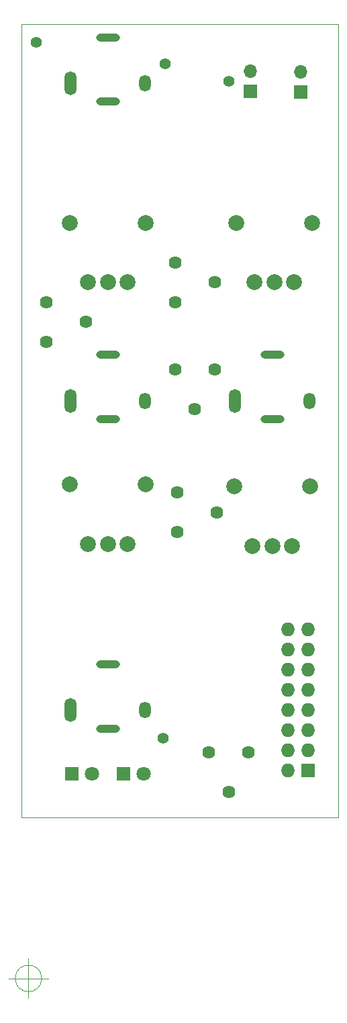
<source format=gbr>
%TF.GenerationSoftware,KiCad,Pcbnew,(5.0.0)*%
%TF.CreationDate,2018-12-09T22:39:23+01:00*%
%TF.ProjectId,formant_vco,666F726D616E745F76636F2E6B696361,rev?*%
%TF.SameCoordinates,Original*%
%TF.FileFunction,Soldermask,Bot*%
%TF.FilePolarity,Negative*%
%FSLAX46Y46*%
G04 Gerber Fmt 4.6, Leading zero omitted, Abs format (unit mm)*
G04 Created by KiCad (PCBNEW (5.0.0)) date 12/09/18 22:39:23*
%MOMM*%
%LPD*%
G01*
G04 APERTURE LIST*
%ADD10C,0.100000*%
%ADD11R,1.727200X1.727200*%
%ADD12O,1.727200X1.727200*%
%ADD13C,1.620000*%
%ADD14O,3.000000X1.000000*%
%ADD15O,1.500000X3.000000*%
%ADD16O,1.500000X2.100000*%
%ADD17C,2.000000*%
%ADD18R,1.700000X1.700000*%
%ADD19O,1.700000X1.700000*%
%ADD20R,1.800000X1.800000*%
%ADD21C,1.800000*%
%ADD22C,1.400000*%
G04 APERTURE END LIST*
D10*
X55000000Y-155000000D02*
X95000000Y-155000000D01*
X95000000Y-55000000D02*
X95000000Y-155000000D01*
X55000000Y-55000000D02*
X95000000Y-55000000D01*
X55000000Y-155000000D02*
X55000000Y-55000000D01*
X57551666Y-175260000D02*
G75*
G03X57551666Y-175260000I-1666666J0D01*
G01*
X53385000Y-175260000D02*
X58385000Y-175260000D01*
X55885000Y-172760000D02*
X55885000Y-177760000D01*
D11*
X91135000Y-149010000D03*
D12*
X88595000Y-149010000D03*
X91135000Y-146470000D03*
X88595000Y-146470000D03*
X91135000Y-143930000D03*
X88595000Y-143930000D03*
X91135000Y-141390000D03*
X88595000Y-141390000D03*
X91135000Y-138850000D03*
X88595000Y-138850000D03*
X91135000Y-136310000D03*
X88595000Y-136310000D03*
X91135000Y-133770000D03*
X88595000Y-133770000D03*
X91135000Y-131230000D03*
X88595000Y-131230000D03*
D13*
X74635000Y-119010000D03*
X79635000Y-116510000D03*
X74635000Y-114010000D03*
X58135000Y-95010000D03*
X63135000Y-92510000D03*
X58135000Y-90010000D03*
D14*
X86635000Y-104760000D03*
X86635000Y-96660000D03*
D15*
X81935000Y-102460000D03*
D16*
X91335000Y-102460000D03*
D17*
X63385000Y-120510000D03*
X65885000Y-120510000D03*
X68385000Y-120510000D03*
X70685000Y-113010000D03*
X61085000Y-113010000D03*
D18*
X83885000Y-63460000D03*
D19*
X83885000Y-60920000D03*
D18*
X90260000Y-63510000D03*
D19*
X90260000Y-60970000D03*
D20*
X67885000Y-149510000D03*
D21*
X70425000Y-149510000D03*
D20*
X61385000Y-149510000D03*
D21*
X63925000Y-149510000D03*
D17*
X84385000Y-87510000D03*
X86885000Y-87510000D03*
X89385000Y-87510000D03*
X91685000Y-80010000D03*
X82085000Y-80010000D03*
X63385000Y-87510000D03*
X65885000Y-87510000D03*
X68385000Y-87510000D03*
X70685000Y-80010000D03*
X61085000Y-80010000D03*
X84135000Y-120760000D03*
X86635000Y-120760000D03*
X89135000Y-120760000D03*
X91435000Y-113260000D03*
X81835000Y-113260000D03*
D14*
X65885000Y-64760000D03*
X65885000Y-56660000D03*
D15*
X61185000Y-62460000D03*
D16*
X70585000Y-62460000D03*
D14*
X65885000Y-104760000D03*
X65885000Y-96660000D03*
D15*
X61185000Y-102460000D03*
D16*
X70585000Y-102460000D03*
D13*
X83635000Y-146760000D03*
X81135000Y-151760000D03*
X78635000Y-146760000D03*
X74385000Y-90010000D03*
X79385000Y-87510000D03*
X74385000Y-85010000D03*
X79385000Y-98510000D03*
X76885000Y-103510000D03*
X74385000Y-98510000D03*
D22*
X81135000Y-62194308D03*
X72885000Y-145010000D03*
X56885000Y-57260000D03*
X73135000Y-60010000D03*
D14*
X65885000Y-143760000D03*
X65885000Y-135660000D03*
D15*
X61185000Y-141460000D03*
D16*
X70585000Y-141460000D03*
M02*

</source>
